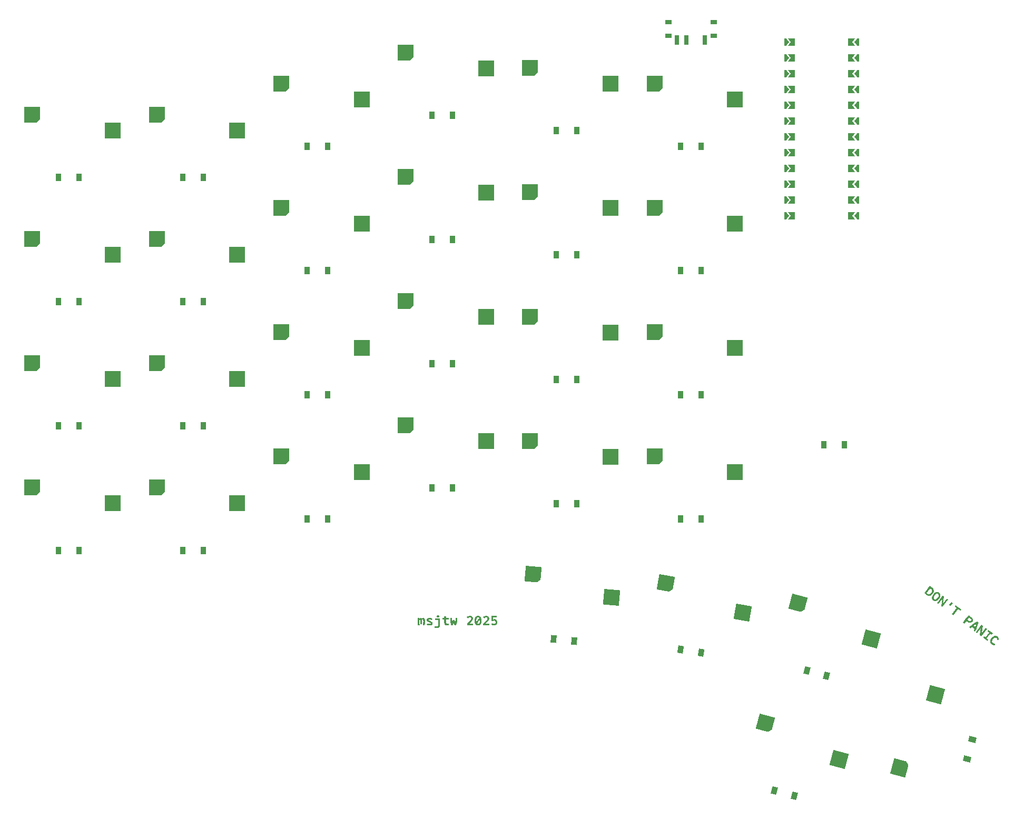
<source format=gtp>
%TF.GenerationSoftware,KiCad,Pcbnew,9.0.4*%
%TF.CreationDate,2025-11-27T19:30:41+01:00*%
%TF.ProjectId,lag_large,6c61675f-6c61-4726-9765-2e6b69636164,v1.0.0*%
%TF.SameCoordinates,Original*%
%TF.FileFunction,Paste,Top*%
%TF.FilePolarity,Positive*%
%FSLAX46Y46*%
G04 Gerber Fmt 4.6, Leading zero omitted, Abs format (unit mm)*
G04 Created by KiCad (PCBNEW 9.0.4) date 2025-11-27 19:30:41*
%MOMM*%
%LPD*%
G01*
G04 APERTURE LIST*
G04 Aperture macros list*
%AMRotRect*
0 Rectangle, with rotation*
0 The origin of the aperture is its center*
0 $1 length*
0 $2 width*
0 $3 Rotation angle, in degrees counterclockwise*
0 Add horizontal line*
21,1,$1,$2,0,0,$3*%
%AMOutline5P*
0 Free polygon, 5 corners , with rotation*
0 The origin of the aperture is its center*
0 number of corners: always 5*
0 $1 to $10 corner X, Y*
0 $11 Rotation angle, in degrees counterclockwise*
0 create outline with 5 corners*
4,1,5,$1,$2,$3,$4,$5,$6,$7,$8,$9,$10,$1,$2,$11*%
%AMOutline6P*
0 Free polygon, 6 corners , with rotation*
0 The origin of the aperture is its center*
0 number of corners: always 6*
0 $1 to $12 corner X, Y*
0 $13 Rotation angle, in degrees counterclockwise*
0 create outline with 6 corners*
4,1,6,$1,$2,$3,$4,$5,$6,$7,$8,$9,$10,$11,$12,$1,$2,$13*%
%AMOutline7P*
0 Free polygon, 7 corners , with rotation*
0 The origin of the aperture is its center*
0 number of corners: always 7*
0 $1 to $14 corner X, Y*
0 $15 Rotation angle, in degrees counterclockwise*
0 create outline with 7 corners*
4,1,7,$1,$2,$3,$4,$5,$6,$7,$8,$9,$10,$11,$12,$13,$14,$1,$2,$15*%
%AMOutline8P*
0 Free polygon, 8 corners , with rotation*
0 The origin of the aperture is its center*
0 number of corners: always 8*
0 $1 to $16 corner X, Y*
0 $17 Rotation angle, in degrees counterclockwise*
0 create outline with 8 corners*
4,1,8,$1,$2,$3,$4,$5,$6,$7,$8,$9,$10,$11,$12,$13,$14,$15,$16,$1,$2,$17*%
%AMFreePoly0*
4,1,6,0.250000,0.000000,-0.250000,-0.625000,-0.500000,-0.625000,-0.500000,0.625000,-0.250000,0.625000,0.250000,0.000000,0.250000,0.000000,$1*%
%AMFreePoly1*
4,1,6,0.500000,-0.625000,-0.650000,-0.625000,-0.150000,0.000000,-0.650000,0.625000,0.500000,0.625000,0.500000,-0.625000,0.500000,-0.625000,$1*%
G04 Aperture macros list end*
%ADD10C,0.300000*%
%ADD11R,0.900000X1.200000*%
%ADD12RotRect,0.900000X1.200000X350.000000*%
%ADD13RotRect,0.900000X1.200000X355.000000*%
%ADD14RotRect,0.900000X1.200000X345.000000*%
%ADD15FreePoly0,180.000000*%
%ADD16FreePoly0,0.000000*%
%ADD17FreePoly1,180.000000*%
%ADD18FreePoly1,0.000000*%
%ADD19R,1.000000X0.800000*%
%ADD20R,0.700000X1.500000*%
%ADD21RotRect,0.900000X1.200000X75.000000*%
%ADD22R,2.550000X2.500000*%
%ADD23Outline5P,-1.275000X1.250000X1.275000X1.250000X1.275000X-0.750000X0.775000X-1.250000X-1.275000X-1.250000X0.000000*%
%ADD24RotRect,2.550000X2.500000X345.000000*%
%ADD25Outline5P,-1.275000X1.250000X1.275000X1.250000X1.275000X-0.750000X0.775000X-1.250000X-1.275000X-1.250000X345.000000*%
%ADD26RotRect,2.550000X2.500000X355.000000*%
%ADD27Outline5P,-1.275000X1.250000X1.275000X1.250000X1.275000X-0.750000X0.775000X-1.250000X-1.275000X-1.250000X355.000000*%
%ADD28RotRect,2.550000X2.500000X75.000000*%
%ADD29Outline5P,-1.275000X1.250000X1.275000X1.250000X1.275000X-0.750000X0.775000X-1.250000X-1.275000X-1.250000X75.000000*%
%ADD30RotRect,2.550000X2.500000X350.000000*%
%ADD31Outline5P,-1.275000X1.250000X1.275000X1.250000X1.275000X-0.750000X0.775000X-1.250000X-1.275000X-1.250000X350.000000*%
G04 APERTURE END LIST*
D10*
G36*
X206029154Y-150994577D02*
G01*
X206127144Y-151080409D01*
X206207619Y-151176425D01*
X206251023Y-151246979D01*
X206283629Y-151321382D01*
X206305791Y-151400296D01*
X206315666Y-151481438D01*
X206311974Y-151567780D01*
X206293659Y-151660662D01*
X206262019Y-151750122D01*
X206211825Y-151847330D01*
X206139945Y-151953680D01*
X206034611Y-152077683D01*
X205928905Y-152173322D01*
X205822324Y-152244292D01*
X205735179Y-152285310D01*
X205648726Y-152311731D01*
X205562110Y-152324469D01*
X205474390Y-152323865D01*
X205388442Y-152309949D01*
X205301609Y-152281841D01*
X205212976Y-152238359D01*
X205121747Y-152177745D01*
X204781317Y-151921212D01*
X204816139Y-151875002D01*
X205163174Y-151875002D01*
X205280576Y-151963471D01*
X205345677Y-152005478D01*
X205406540Y-152031607D01*
X205464309Y-152044122D01*
X205552436Y-152043183D01*
X205635784Y-152020807D01*
X205714014Y-151980668D01*
X205788006Y-151925184D01*
X205854991Y-151860002D01*
X205913114Y-151790664D01*
X205971796Y-151700096D01*
X206007867Y-151616986D01*
X206024853Y-151539591D01*
X206024914Y-151466061D01*
X206008956Y-151393398D01*
X205977960Y-151326477D01*
X205930848Y-151263946D01*
X205865277Y-151205048D01*
X205739463Y-151110241D01*
X205163174Y-151875002D01*
X204816139Y-151875002D01*
X205678629Y-150730438D01*
X206029154Y-150994577D01*
G37*
G36*
X206912541Y-151693172D02*
G01*
X206992478Y-151712953D01*
X207075380Y-151749904D01*
X207162475Y-151806507D01*
X207240843Y-151874587D01*
X207299191Y-151944074D01*
X207340237Y-152015464D01*
X207368063Y-152092961D01*
X207382053Y-152172844D01*
X207382317Y-152256243D01*
X207370530Y-152339461D01*
X207347664Y-152425210D01*
X207312873Y-152514134D01*
X207244864Y-152643225D01*
X207154759Y-152776313D01*
X207051713Y-152899548D01*
X206946374Y-153000495D01*
X206870485Y-153058452D01*
X206794342Y-153104094D01*
X206717559Y-153138406D01*
X206637356Y-153161105D01*
X206556710Y-153169678D01*
X206474508Y-153164324D01*
X206394606Y-153144508D01*
X206311745Y-153107549D01*
X206224703Y-153050971D01*
X206146276Y-152982857D01*
X206087887Y-152913376D01*
X206046813Y-152842032D01*
X206019045Y-152764529D01*
X206005054Y-152684643D01*
X206004984Y-152666551D01*
X206292126Y-152666551D01*
X206306545Y-152725404D01*
X206338706Y-152779203D01*
X206391554Y-152829553D01*
X206454520Y-152866472D01*
X206515073Y-152882537D01*
X206575574Y-152880144D01*
X206635426Y-152862698D01*
X206696463Y-152831981D01*
X206759538Y-152786076D01*
X206846015Y-152703823D01*
X206928366Y-152605714D01*
X207001022Y-152498045D01*
X207055868Y-152392833D01*
X207082233Y-152320112D01*
X207094759Y-152253226D01*
X207094978Y-152190872D01*
X207080602Y-152132055D01*
X207048469Y-152078275D01*
X206995624Y-152027925D01*
X206932657Y-151991002D01*
X206872078Y-151974916D01*
X206811530Y-151977278D01*
X206751652Y-151994677D01*
X206690810Y-152025154D01*
X206628173Y-152070542D01*
X206542211Y-152152302D01*
X206458757Y-152251838D01*
X206387127Y-152358030D01*
X206331843Y-152463785D01*
X206305103Y-152537070D01*
X206292400Y-152604209D01*
X206292126Y-152666551D01*
X206004984Y-152666551D01*
X206004733Y-152601253D01*
X206016552Y-152517986D01*
X206039438Y-152432212D01*
X206074232Y-152343288D01*
X206142233Y-152214206D01*
X206232291Y-152081183D01*
X206335386Y-151957884D01*
X206440731Y-151856928D01*
X206516621Y-151798974D01*
X206592745Y-151753358D01*
X206669491Y-151719090D01*
X206749776Y-151696378D01*
X206830423Y-151687810D01*
X206912541Y-151693172D01*
G37*
G36*
X207738766Y-152282863D02*
G01*
X207983592Y-152467352D01*
X207798344Y-153603048D01*
X208411288Y-152789644D01*
X208624295Y-152950156D01*
X207726982Y-154140930D01*
X207490495Y-153962724D01*
X207671208Y-152815697D01*
X207054460Y-153634149D01*
X206841453Y-153473637D01*
X207738766Y-152282863D01*
G37*
G36*
X209091636Y-153302323D02*
G01*
X209349921Y-153496955D01*
X208954124Y-153913987D01*
X208799856Y-153797738D01*
X209091636Y-153302323D01*
G37*
G36*
X209248750Y-155287665D02*
G01*
X209991890Y-154301485D01*
X209659799Y-154051237D01*
X209813972Y-153846642D01*
X210706229Y-154519006D01*
X210552056Y-154723601D01*
X210219965Y-154473352D01*
X209476825Y-155459532D01*
X209248750Y-155287665D01*
G37*
G36*
X212380584Y-155780723D02*
G01*
X212476946Y-155864963D01*
X212544071Y-155947702D01*
X212586892Y-156029873D01*
X212608643Y-156113022D01*
X212611789Y-156200181D01*
X212596479Y-156286504D01*
X212561710Y-156373764D01*
X212504990Y-156463489D01*
X212443118Y-156534207D01*
X212376858Y-156589235D01*
X212305730Y-156630209D01*
X212228760Y-156657343D01*
X212148889Y-156668657D01*
X212064585Y-156664100D01*
X211982309Y-156643777D01*
X211896008Y-156605190D01*
X211804296Y-156545485D01*
X211547693Y-156352120D01*
X211226669Y-156778134D01*
X211008615Y-156613818D01*
X211353652Y-156155938D01*
X211695527Y-156155938D01*
X211930332Y-156332876D01*
X212002621Y-156376542D01*
X212068155Y-156396347D01*
X212129692Y-156396288D01*
X212189530Y-156379404D01*
X212239687Y-156349575D01*
X212281939Y-156305959D01*
X212315324Y-156248716D01*
X212330905Y-156190872D01*
X212330001Y-156130469D01*
X212312191Y-156072934D01*
X212274488Y-156016218D01*
X212212165Y-155958871D01*
X211977360Y-155781933D01*
X211695527Y-156155938D01*
X211353652Y-156155938D01*
X211905928Y-155423044D01*
X212380584Y-155780723D01*
G37*
G36*
X213488628Y-156615695D02*
G01*
X213444183Y-156807481D01*
X213381296Y-157025455D01*
X213297470Y-157272373D01*
X213152463Y-157647388D01*
X212963638Y-158087034D01*
X212732198Y-157912632D01*
X212799228Y-157766000D01*
X212863851Y-157622714D01*
X212471412Y-157326991D01*
X212351490Y-157428605D01*
X212229014Y-157533455D01*
X211997574Y-157359053D01*
X212258921Y-157145616D01*
X212694904Y-157145616D01*
X212976670Y-157357942D01*
X213091666Y-157062125D01*
X213183324Y-156790582D01*
X212947418Y-156953427D01*
X212694904Y-157145616D01*
X212258921Y-157145616D01*
X212368179Y-157056387D01*
X212688660Y-156813602D01*
X212902946Y-156664985D01*
X213095140Y-156544452D01*
X213267210Y-156448844D01*
X213488628Y-156615695D01*
G37*
G36*
X213974477Y-156981807D02*
G01*
X214219303Y-157166297D01*
X214034054Y-158301993D01*
X214646998Y-157488589D01*
X214860005Y-157649101D01*
X213962692Y-158839875D01*
X213726205Y-158661669D01*
X213906918Y-157514642D01*
X213290170Y-158333094D01*
X213077164Y-158172582D01*
X213974477Y-156981807D01*
G37*
G36*
X214934901Y-159572487D02*
G01*
X214183526Y-159006285D01*
X214335163Y-158805055D01*
X214596813Y-159002223D01*
X215190851Y-158213908D01*
X214937540Y-158023024D01*
X215089177Y-157821795D01*
X215823801Y-158375374D01*
X215672164Y-158576603D01*
X215418926Y-158385775D01*
X214824888Y-159174090D01*
X215086538Y-159371257D01*
X214934901Y-159572487D01*
G37*
G36*
X215628594Y-160137312D02*
G01*
X215536256Y-160056663D01*
X215466065Y-159972116D01*
X215415386Y-159883083D01*
X215382606Y-159788455D01*
X215367227Y-159686675D01*
X215369522Y-159585234D01*
X215389244Y-159479968D01*
X215427894Y-159369426D01*
X215487812Y-159252213D01*
X215572087Y-159127023D01*
X215677995Y-159001345D01*
X215782242Y-158904791D01*
X215885355Y-158833360D01*
X215997886Y-158779997D01*
X216107322Y-158751462D01*
X216215667Y-158745669D01*
X216296086Y-158756131D01*
X216376015Y-158779880D01*
X216456347Y-158817795D01*
X216537838Y-158871350D01*
X216631228Y-158954764D01*
X216698052Y-159042082D01*
X216741893Y-159134296D01*
X216766175Y-159233947D01*
X216771652Y-159341739D01*
X216756981Y-159459900D01*
X216478156Y-159428584D01*
X216485137Y-159331975D01*
X216473922Y-159243963D01*
X216454121Y-159190144D01*
X216421094Y-159141468D01*
X216373084Y-159096986D01*
X216315022Y-159063232D01*
X216253102Y-159046013D01*
X216185349Y-159044863D01*
X216109346Y-159061326D01*
X216039643Y-159091607D01*
X215967947Y-159139267D01*
X215893363Y-159207373D01*
X215815272Y-159299840D01*
X215750850Y-159396589D01*
X215707928Y-159484860D01*
X215683241Y-159566145D01*
X215674416Y-159641998D01*
X215681369Y-159718520D01*
X215704563Y-159785696D01*
X215744148Y-159845739D01*
X215802168Y-159899972D01*
X215885155Y-159951616D01*
X215967449Y-159982431D01*
X216053640Y-159998460D01*
X216145053Y-160003186D01*
X216146067Y-160298460D01*
X216047492Y-160298843D01*
X215956642Y-160288219D01*
X215872482Y-160267193D01*
X215791519Y-160235647D01*
X215710366Y-160192675D01*
X215628594Y-160137312D01*
G37*
G36*
X123396059Y-157053869D02*
G01*
X123385139Y-156790574D01*
X123381313Y-156496354D01*
X123384976Y-156196168D01*
X123396059Y-155890479D01*
X123591331Y-155890479D01*
X123627051Y-155997549D01*
X123686186Y-155942039D01*
X123745662Y-155901012D01*
X123808898Y-155873938D01*
X123870592Y-155865291D01*
X123931243Y-155874571D01*
X123978761Y-155901012D01*
X124016845Y-155940386D01*
X124044890Y-155987107D01*
X124096808Y-155942114D01*
X124158280Y-155902019D01*
X124224522Y-155874160D01*
X124288522Y-155865291D01*
X124351270Y-155873096D01*
X124401750Y-155895160D01*
X124442853Y-155931420D01*
X124472936Y-155978602D01*
X124494119Y-156040628D01*
X124504860Y-156121471D01*
X124513455Y-156425303D01*
X124511430Y-156736005D01*
X124498540Y-157053869D01*
X124233934Y-157053869D01*
X124248588Y-156630718D01*
X124250153Y-156434613D01*
X124246482Y-156253729D01*
X124241429Y-156187164D01*
X124232835Y-156148766D01*
X124214335Y-156123967D01*
X124179345Y-156115152D01*
X124152798Y-156119874D01*
X124124757Y-156135119D01*
X124078504Y-156178166D01*
X124074291Y-156892210D01*
X123818110Y-156892210D01*
X123813897Y-156253729D01*
X123809534Y-156187274D01*
X123799151Y-156148766D01*
X123778833Y-156123624D01*
X123746761Y-156115152D01*
X123722104Y-156120207D01*
X123694188Y-156137225D01*
X123645919Y-156182379D01*
X123641180Y-156394789D01*
X123643813Y-156608736D01*
X123660665Y-157053869D01*
X123396059Y-157053869D01*
G37*
G36*
X124758293Y-156915291D02*
G01*
X124928377Y-156711593D01*
X124999796Y-156757112D01*
X125084723Y-156795582D01*
X125174060Y-156821598D01*
X125258013Y-156831302D01*
X125339312Y-156825714D01*
X125397690Y-156807122D01*
X125428872Y-156786058D01*
X125445734Y-156762298D01*
X125451271Y-156734674D01*
X125440350Y-156697177D01*
X125404010Y-156663233D01*
X125352837Y-156636095D01*
X125283201Y-156608644D01*
X125126763Y-156551949D01*
X125045892Y-156517152D01*
X124970326Y-156476387D01*
X124903184Y-156425999D01*
X124849609Y-156364005D01*
X124823898Y-156316472D01*
X124807948Y-156261393D01*
X124802348Y-156197034D01*
X124809820Y-156129538D01*
X124831479Y-156070723D01*
X124867469Y-156018615D01*
X124914372Y-155974362D01*
X124971277Y-155936885D01*
X125039660Y-155906232D01*
X125150025Y-155877349D01*
X125272760Y-155867398D01*
X125385887Y-155876414D01*
X125502653Y-155904126D01*
X125613720Y-155951084D01*
X125713771Y-156018523D01*
X125554127Y-156211780D01*
X125487235Y-156171890D01*
X125420771Y-156146659D01*
X125352365Y-156132449D01*
X125285308Y-156127791D01*
X125219180Y-156132548D01*
X125156164Y-156146659D01*
X125119566Y-156163899D01*
X125099606Y-156185973D01*
X125092142Y-156213887D01*
X125102385Y-156245914D01*
X125138304Y-156278001D01*
X125188764Y-156304616D01*
X125260120Y-156333596D01*
X125419763Y-156394504D01*
X125501623Y-156431578D01*
X125578307Y-156475288D01*
X125646266Y-156528296D01*
X125699024Y-156590876D01*
X125724021Y-156638318D01*
X125738916Y-156692686D01*
X125743171Y-156755648D01*
X125734186Y-156830439D01*
X125710395Y-156894434D01*
X125671922Y-156949928D01*
X125617142Y-156998273D01*
X125554148Y-157034033D01*
X125476989Y-157061287D01*
X125382878Y-157078984D01*
X125268546Y-157085376D01*
X125175530Y-157080076D01*
X125082596Y-157064092D01*
X124989194Y-157037107D01*
X124858966Y-156980768D01*
X124758293Y-156915291D01*
G37*
G36*
X126614019Y-155831677D02*
G01*
X126561743Y-155825070D01*
X126514269Y-155805462D01*
X126470130Y-155771868D01*
X126435564Y-155728744D01*
X126415175Y-155680663D01*
X126408214Y-155625872D01*
X126415177Y-155571085D01*
X126435567Y-155523035D01*
X126470130Y-155479968D01*
X126514276Y-155446318D01*
X126561749Y-155426683D01*
X126614019Y-155420067D01*
X126668942Y-155426838D01*
X126717000Y-155446614D01*
X126759924Y-155479968D01*
X126793223Y-155522885D01*
X126812970Y-155570943D01*
X126819733Y-155625872D01*
X126812972Y-155680804D01*
X126793226Y-155728895D01*
X126759924Y-155771868D01*
X126717007Y-155805167D01*
X126668948Y-155824915D01*
X126614019Y-155831677D01*
G37*
G36*
X126063740Y-157473905D02*
G01*
X126063740Y-157207192D01*
X126437615Y-157207192D01*
X126512904Y-157198853D01*
X126565603Y-157176743D01*
X126601809Y-157142701D01*
X126624508Y-157094977D01*
X126632887Y-157028681D01*
X126632887Y-156213887D01*
X126175115Y-156213887D01*
X126175115Y-155963935D01*
X126907935Y-155963935D01*
X126907935Y-157028681D01*
X126899926Y-157167633D01*
X126878534Y-157273321D01*
X126852091Y-157334854D01*
X126813265Y-157384306D01*
X126760931Y-157423438D01*
X126699756Y-157449288D01*
X126613979Y-157467111D01*
X126496416Y-157473905D01*
X126063740Y-157473905D01*
G37*
G36*
X127974147Y-157053869D02*
G01*
X127890329Y-157046935D01*
X127823958Y-157027872D01*
X127771456Y-156998273D01*
X127726988Y-156957118D01*
X127691738Y-156906830D01*
X127665393Y-156845957D01*
X127642201Y-156745051D01*
X127633886Y-156623390D01*
X127633886Y-156155085D01*
X127339878Y-156155085D01*
X127339878Y-155898905D01*
X127633886Y-155898905D01*
X127633886Y-155627979D01*
X127917360Y-155627979D01*
X127917360Y-155898905D01*
X128322742Y-155898905D01*
X128322742Y-156155085D01*
X127917360Y-156155085D01*
X127917360Y-156610751D01*
X127926039Y-156683792D01*
X127949875Y-156738887D01*
X127975802Y-156765392D01*
X128015031Y-156782677D01*
X128072790Y-156789262D01*
X128316422Y-156789262D01*
X128316422Y-157053869D01*
X127974147Y-157053869D01*
G37*
G36*
X128567748Y-155898905D02*
G01*
X128826035Y-155898905D01*
X128838976Y-156228976D01*
X128861260Y-156506200D01*
X128891156Y-156736780D01*
X129046495Y-156262155D01*
X129260726Y-156262155D01*
X129416156Y-156736780D01*
X129446044Y-156506201D01*
X129468299Y-156228978D01*
X129481186Y-155898905D01*
X129739564Y-155898905D01*
X129719403Y-156269561D01*
X129683877Y-156570909D01*
X129632240Y-156848037D01*
X129577815Y-157053869D01*
X129304782Y-157053869D01*
X129153656Y-156566696D01*
X129002440Y-157053869D01*
X128729407Y-157053869D01*
X128674982Y-156848037D01*
X128623344Y-156570909D01*
X128587840Y-156269562D01*
X128567748Y-155898905D01*
G37*
G36*
X131262815Y-155726714D02*
G01*
X131371320Y-155650397D01*
X131493717Y-155588045D01*
X131580646Y-155558064D01*
X131674100Y-155539732D01*
X131775176Y-155533457D01*
X131882003Y-155541269D01*
X131972572Y-155563317D01*
X132049632Y-155598266D01*
X132115345Y-155645839D01*
X132170180Y-155706101D01*
X132209114Y-155774503D01*
X132233035Y-155852670D01*
X132241374Y-155942960D01*
X132236201Y-156026051D01*
X132221286Y-156100571D01*
X132197228Y-156167725D01*
X132147327Y-156261926D01*
X132087043Y-156345137D01*
X131953687Y-156495255D01*
X131663893Y-156801901D01*
X132281308Y-156801901D01*
X132281308Y-157053869D01*
X131296338Y-157053869D01*
X131296338Y-156801901D01*
X131611411Y-156482707D01*
X131767849Y-156323063D01*
X131843068Y-156236596D01*
X131903312Y-156149865D01*
X131934299Y-156088582D01*
X131952096Y-156029040D01*
X131957900Y-155970255D01*
X131951148Y-155915455D01*
X131931906Y-155870387D01*
X131900106Y-155832776D01*
X131859039Y-155804582D01*
X131811037Y-155787339D01*
X131754202Y-155781302D01*
X131668654Y-155792119D01*
X131576698Y-155826457D01*
X131489757Y-155875008D01*
X131418154Y-155926199D01*
X131262815Y-155726714D01*
G37*
G36*
X133165480Y-155536405D02*
G01*
X133252375Y-155556486D01*
X133325355Y-155588045D01*
X133391192Y-155632504D01*
X133446559Y-155686834D01*
X133492325Y-155751901D01*
X133543608Y-155863402D01*
X133579428Y-155998648D01*
X133598879Y-156143856D01*
X133605715Y-156308409D01*
X133598917Y-156471138D01*
X133579428Y-156617071D01*
X133557321Y-156710767D01*
X133528123Y-156792943D01*
X133492325Y-156864916D01*
X133446564Y-156929926D01*
X133391198Y-156984227D01*
X133325355Y-157028681D01*
X133252375Y-157060240D01*
X133165480Y-157080321D01*
X133061847Y-157087482D01*
X132958155Y-157080340D01*
X132870833Y-157060274D01*
X132797149Y-157028681D01*
X132730532Y-156984245D01*
X132674118Y-156929934D01*
X132627064Y-156864916D01*
X132590005Y-156792843D01*
X132582515Y-156772501D01*
X132897991Y-156772501D01*
X132940914Y-156797164D01*
X132994614Y-156812949D01*
X133061847Y-156818663D01*
X133138581Y-156810160D01*
X133196125Y-156786974D01*
X133239168Y-156750427D01*
X133271938Y-156702053D01*
X133297425Y-156641338D01*
X133314822Y-156565688D01*
X133327989Y-156445815D01*
X133332682Y-156306302D01*
X133330575Y-156164519D01*
X133320134Y-156043802D01*
X132897991Y-156772501D01*
X132582515Y-156772501D01*
X132559747Y-156710663D01*
X132536756Y-156617071D01*
X132516516Y-156471103D01*
X132509461Y-156308409D01*
X132509552Y-156306302D01*
X132782494Y-156306302D01*
X132785609Y-156454313D01*
X132799347Y-156581350D01*
X133225612Y-155844225D01*
X133182690Y-155819559D01*
X133129018Y-155803775D01*
X133061847Y-155798063D01*
X132984911Y-155806410D01*
X132926520Y-155829253D01*
X132882237Y-155865291D01*
X132848114Y-155913089D01*
X132821282Y-155973147D01*
X132802461Y-156048015D01*
X132787749Y-156166979D01*
X132782494Y-156306302D01*
X132509552Y-156306302D01*
X132516556Y-156143892D01*
X132536756Y-155998648D01*
X132559718Y-155905735D01*
X132589968Y-155823903D01*
X132627064Y-155751901D01*
X132674124Y-155686826D01*
X132730538Y-155632487D01*
X132797149Y-155588045D01*
X132870833Y-155556452D01*
X132958155Y-155536386D01*
X133061847Y-155529244D01*
X133165480Y-155536405D01*
G37*
G36*
X133865467Y-155726714D02*
G01*
X133973972Y-155650397D01*
X134096368Y-155588045D01*
X134183297Y-155558064D01*
X134276752Y-155539732D01*
X134377828Y-155533457D01*
X134484655Y-155541269D01*
X134575224Y-155563317D01*
X134652284Y-155598266D01*
X134717997Y-155645839D01*
X134772832Y-155706101D01*
X134811766Y-155774503D01*
X134835687Y-155852670D01*
X134844026Y-155942960D01*
X134838852Y-156026051D01*
X134823938Y-156100571D01*
X134799879Y-156167725D01*
X134749978Y-156261926D01*
X134689695Y-156345137D01*
X134556339Y-156495255D01*
X134266545Y-156801901D01*
X134883960Y-156801901D01*
X134883960Y-157053869D01*
X133898990Y-157053869D01*
X133898990Y-156801901D01*
X134214063Y-156482707D01*
X134370500Y-156323063D01*
X134445720Y-156236596D01*
X134505964Y-156149865D01*
X134536950Y-156088582D01*
X134554748Y-156029040D01*
X134560552Y-155970255D01*
X134553800Y-155915455D01*
X134534558Y-155870387D01*
X134502758Y-155832776D01*
X134461691Y-155804582D01*
X134413688Y-155787339D01*
X134356853Y-155781302D01*
X134271305Y-155792119D01*
X134179350Y-155826457D01*
X134092409Y-155875008D01*
X134020806Y-155926199D01*
X133865467Y-155726714D01*
G37*
G36*
X136067683Y-155814825D02*
G01*
X135481775Y-155814825D01*
X135481775Y-156150872D01*
X135585639Y-156107824D01*
X135646648Y-156093520D01*
X135737955Y-156087858D01*
X135805106Y-156093912D01*
X135871289Y-156112218D01*
X135937440Y-156143545D01*
X135997104Y-156185713D01*
X136050545Y-156240455D01*
X136098091Y-156309416D01*
X136132447Y-156385503D01*
X136154308Y-156476509D01*
X136162113Y-156585563D01*
X136154870Y-156683386D01*
X136134001Y-156770294D01*
X136100198Y-156848063D01*
X136053141Y-156918271D01*
X135995366Y-156976734D01*
X135925900Y-157024468D01*
X135848641Y-157058661D01*
X135760137Y-157080000D01*
X135658179Y-157087482D01*
X135552671Y-157081265D01*
X135462021Y-157063702D01*
X135384047Y-157036008D01*
X135272646Y-156975895D01*
X135160473Y-156894225D01*
X135341091Y-156690527D01*
X135410691Y-156744243D01*
X135482782Y-156786148D01*
X135560435Y-156813506D01*
X135647646Y-156822876D01*
X135720505Y-156814886D01*
X135780067Y-156792332D01*
X135829271Y-156755740D01*
X135866328Y-156706972D01*
X135889364Y-156646491D01*
X135897598Y-156570909D01*
X135890176Y-156497583D01*
X135869532Y-156439167D01*
X135836690Y-156392398D01*
X135792294Y-156356864D01*
X135737951Y-156335025D01*
X135670727Y-156327277D01*
X135615643Y-156331108D01*
X135567779Y-156342023D01*
X135523057Y-156359375D01*
X135481775Y-156381865D01*
X135225595Y-156381865D01*
X135225595Y-155562858D01*
X136067683Y-155562858D01*
X136067683Y-155814825D01*
G37*
D11*
%TO.C,D10*%
X105611375Y-120003198D03*
X108911377Y-120003198D03*
%TD*%
D12*
%TO.C,D26*%
X165648449Y-160924563D03*
X168898315Y-161497601D03*
%TD*%
D13*
%TO.C,D25*%
X145186856Y-159297858D03*
X148474302Y-159585472D03*
%TD*%
D14*
%TO.C,D28*%
X180713378Y-183649352D03*
X183900934Y-184503452D03*
%TD*%
D11*
%TO.C,D23*%
X165618863Y-100000685D03*
X168918865Y-100000685D03*
%TD*%
%TO.C,D7*%
X85608863Y-105000689D03*
X88908865Y-105000689D03*
%TD*%
%TO.C,D16*%
X125613877Y-74998188D03*
X128913879Y-74998188D03*
%TD*%
%TO.C,D11*%
X105611370Y-100000685D03*
X108911372Y-100000685D03*
%TD*%
%TO.C,D8*%
X85608860Y-84998198D03*
X88908862Y-84998198D03*
%TD*%
%TO.C,D17*%
X145616360Y-137505686D03*
X148916362Y-137505686D03*
%TD*%
%TO.C,D12*%
X105611357Y-79998195D03*
X108911359Y-79998195D03*
%TD*%
%TO.C,D22*%
X165618860Y-120003179D03*
X168918862Y-120003179D03*
%TD*%
%TO.C,D5*%
X85608866Y-145005688D03*
X88908868Y-145005688D03*
%TD*%
%TO.C,D3*%
X65606365Y-105000694D03*
X68906367Y-105000694D03*
%TD*%
%TO.C,D24*%
X165618859Y-79998171D03*
X168918861Y-79998171D03*
%TD*%
D15*
%TO.C,MCU1*%
X193768865Y-63298202D03*
X193768866Y-65838194D03*
X193768864Y-68378203D03*
X193768868Y-70918203D03*
X193768868Y-73458203D03*
X193768865Y-75998197D03*
X193768866Y-78538198D03*
X193768867Y-81078202D03*
X193768867Y-83618201D03*
X193768867Y-86158205D03*
X193768866Y-88698204D03*
X193768869Y-91238206D03*
D16*
X182768867Y-91238205D03*
X182768869Y-88698202D03*
X182768868Y-86158210D03*
X182768870Y-83618201D03*
X182768866Y-81078201D03*
X182768866Y-78538201D03*
X182768869Y-75998207D03*
X182768868Y-73458206D03*
X182768867Y-70918202D03*
X182768867Y-68378203D03*
X182768867Y-65838199D03*
X182768868Y-63298200D03*
D17*
X193043866Y-63298201D03*
X193043865Y-65838201D03*
X193043868Y-68378201D03*
X193043866Y-70918203D03*
X193043866Y-73458200D03*
X193043868Y-75998202D03*
X193043867Y-78538204D03*
X193043867Y-81078196D03*
X193043869Y-83618202D03*
X193043867Y-86158202D03*
X193043869Y-88698198D03*
X193043868Y-91238203D03*
D18*
X183493866Y-91238202D03*
X183493868Y-88698203D03*
X183493869Y-86158203D03*
X183493866Y-83618203D03*
X183493868Y-81078201D03*
X183493868Y-78538204D03*
X183493866Y-75998202D03*
X183493867Y-73458200D03*
X183493867Y-70918208D03*
X183493865Y-68378202D03*
X183493867Y-65838202D03*
X183493865Y-63298206D03*
%TD*%
D11*
%TO.C,D2*%
X65606372Y-125003193D03*
X68906374Y-125003193D03*
%TD*%
%TO.C,D18*%
X145616369Y-117503191D03*
X148916371Y-117503191D03*
%TD*%
%TO.C,D19*%
X145616356Y-97500687D03*
X148916358Y-97500687D03*
%TD*%
D19*
%TO.C,T1*%
X170918875Y-62253193D03*
X170918873Y-60043187D03*
D20*
X165018870Y-62903192D03*
D19*
X163618872Y-62253189D03*
X163618871Y-60043189D03*
D20*
X169518873Y-62903185D03*
X166518874Y-62903190D03*
%TD*%
D11*
%TO.C,D14*%
X125613864Y-115003186D03*
X128913866Y-115003186D03*
%TD*%
D14*
%TO.C,D27*%
X185890396Y-164328419D03*
X189077952Y-165182519D03*
%TD*%
D11*
%TO.C,D4*%
X65606352Y-84998197D03*
X68906354Y-84998197D03*
%TD*%
%TO.C,D9*%
X105611360Y-140005701D03*
X108911362Y-140005701D03*
%TD*%
%TO.C,D30*%
X188618853Y-127998186D03*
X191918855Y-127998186D03*
%TD*%
%TO.C,D21*%
X165618857Y-140005692D03*
X168918859Y-140005692D03*
%TD*%
%TO.C,D15*%
X125613859Y-95000691D03*
X128913861Y-95000691D03*
%TD*%
D21*
%TO.C,D29*%
X211630102Y-178604276D03*
X212484202Y-175416720D03*
%TD*%
D11*
%TO.C,D13*%
X125613851Y-135005680D03*
X128913853Y-135005680D03*
%TD*%
%TO.C,D20*%
X145616354Y-77498173D03*
X148916356Y-77498173D03*
%TD*%
%TO.C,D6*%
X85608864Y-125003182D03*
X88908866Y-125003182D03*
%TD*%
%TO.C,D1*%
X65606372Y-145005693D03*
X68906374Y-145005693D03*
%TD*%
D22*
%TO.C,S16*%
X134348858Y-67458183D03*
D23*
X121421858Y-64918185D03*
%TD*%
D22*
%TO.C,S1*%
X74341358Y-137465693D03*
D23*
X61414358Y-134925695D03*
%TD*%
D22*
%TO.C,S14*%
X134348861Y-107463189D03*
D23*
X121421861Y-104923191D03*
%TD*%
D22*
%TO.C,S7*%
X94343859Y-97460676D03*
D23*
X81416859Y-94920678D03*
%TD*%
D22*
%TO.C,S20*%
X154351364Y-69958197D03*
D23*
X141424364Y-67418199D03*
%TD*%
D24*
%TO.C,S27*%
X196279259Y-159306116D03*
D25*
X184450136Y-153506909D03*
%TD*%
D22*
%TO.C,S17*%
X154351373Y-129965696D03*
D23*
X141424373Y-127425698D03*
%TD*%
D22*
%TO.C,S19*%
X154351354Y-89960678D03*
D23*
X141424354Y-87420680D03*
%TD*%
D22*
%TO.C,S12*%
X114346371Y-72458179D03*
D23*
X101419371Y-69918181D03*
%TD*%
D26*
%TO.C,S25*%
X154545773Y-152547849D03*
D27*
X141889341Y-148890853D03*
%TD*%
D22*
%TO.C,S21*%
X174353867Y-132465684D03*
D23*
X161426867Y-129925686D03*
%TD*%
D22*
%TO.C,S11*%
X114346363Y-92460681D03*
D23*
X101419363Y-89920683D03*
%TD*%
D22*
%TO.C,S4*%
X74341358Y-77458181D03*
D23*
X61414358Y-74918183D03*
%TD*%
D22*
%TO.C,S5*%
X94343865Y-137465671D03*
D23*
X81416865Y-134925673D03*
%TD*%
D22*
%TO.C,S3*%
X74341374Y-97460689D03*
D23*
X61414374Y-94920691D03*
%TD*%
D22*
%TO.C,S13*%
X134348859Y-127465685D03*
D23*
X121421859Y-124925687D03*
%TD*%
D22*
%TO.C,S9*%
X114346371Y-132465685D03*
D23*
X101419371Y-129925687D03*
%TD*%
D24*
%TO.C,S28*%
X191102232Y-178627049D03*
D25*
X179273109Y-172827842D03*
%TD*%
D22*
%TO.C,S18*%
X154351373Y-109963194D03*
D23*
X141424373Y-107423196D03*
%TD*%
D22*
%TO.C,S23*%
X174353870Y-92460696D03*
D23*
X161426870Y-89920698D03*
%TD*%
D22*
%TO.C,S8*%
X94343858Y-77458186D03*
D23*
X81416858Y-74918188D03*
%TD*%
D22*
%TO.C,S24*%
X174353868Y-72458189D03*
D23*
X161426868Y-69918191D03*
%TD*%
D28*
%TO.C,S29*%
X206607796Y-168215418D03*
D29*
X200808589Y-180044541D03*
%TD*%
D22*
%TO.C,S6*%
X94343857Y-117463186D03*
D23*
X81416857Y-114923188D03*
%TD*%
D22*
%TO.C,S22*%
X174353859Y-112463188D03*
D23*
X161426859Y-109923190D03*
%TD*%
D22*
%TO.C,S15*%
X134348871Y-87460691D03*
D23*
X121421871Y-84920693D03*
%TD*%
D22*
%TO.C,S10*%
X114346353Y-112463194D03*
D23*
X101419353Y-109923196D03*
%TD*%
D22*
%TO.C,S2*%
X74341364Y-117463189D03*
D23*
X61414364Y-114923191D03*
%TD*%
D30*
%TO.C,S26*%
X175560049Y-155015921D03*
D31*
X163270507Y-150269758D03*
%TD*%
M02*

</source>
